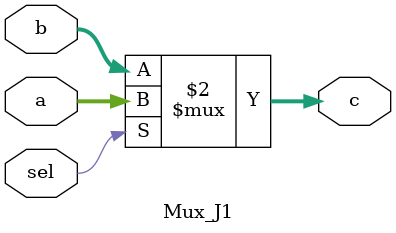
<source format=v>
module Mux_J1(
    input [31:0] a,
    input [31:0] b,
    input sel, // đấu với dây jalr
    output [31:0] c
);
    assign c = (sel == 1'b1) ? a : b; // a phải là rs1 + imm (kết quả của result)
                                      // b là pc + imm
endmodule

</source>
